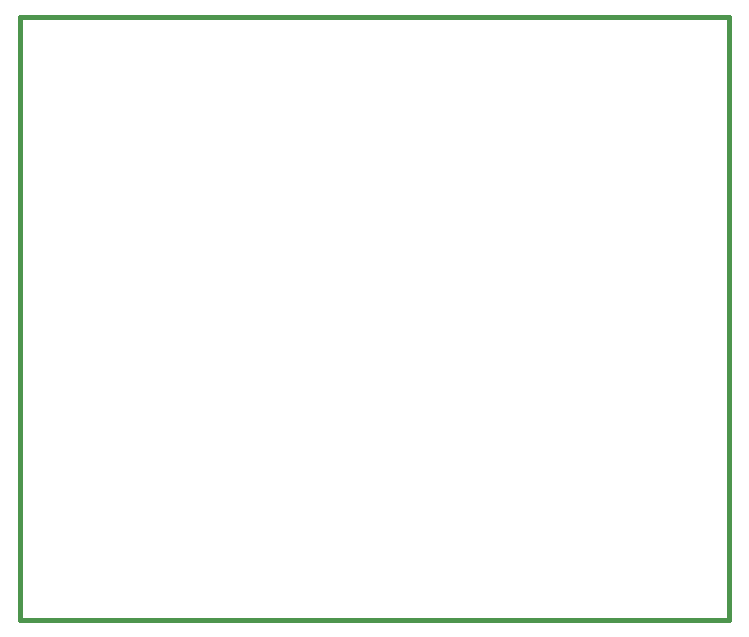
<source format=gko>
%FSLAX33Y33*%
%MOMM*%
%ADD10C,0.381*%
D10*
%LNpath-0*%
G01*
X0Y0D02*
X60000Y0D01*
X60000Y51000*
X0Y51000*
X0Y0*
%LNmechanical details_traces*%
M02*
</source>
